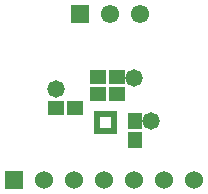
<source format=gts>
%FSTAX23Y23*%
%MOIN*%
%SFA1B1*%

%IPPOS*%
%ADD17R,0.021839X0.022831*%
%ADD18R,0.022831X0.021839*%
%ADD19R,0.053275X0.051307*%
%ADD20R,0.051307X0.053275*%
%ADD21R,0.061024X0.061024*%
%ADD22C,0.061024*%
%ADD23C,0.060000*%
%ADD24R,0.060000X0.060000*%
%ADD25C,0.058000*%
%LNpcb1-1*%
%LPD*%
G54D17*
X04206Y01988D03*
X04226D03*
X04245D03*
X04265D03*
Y02046D03*
X04245D03*
X04226D03*
X04206D03*
G54D18*
X04265Y02007D03*
Y02027D03*
X04206D03*
Y02007D03*
G54D19*
X04134Y02065D03*
X04071D03*
X04274Y02112D03*
X04211D03*
Y02168D03*
X04274D03*
G54D20*
X04332Y02022D03*
Y01959D03*
G54D21*
X04151Y02381D03*
G54D22*
X04251Y02381D03*
X04351D03*
G54D23*
X0453Y01825D03*
X0443D03*
X0433D03*
X0423D03*
X0413D03*
X0403D03*
G54D24*
X0393Y01825D03*
G54D25*
X0433Y02167D03*
X04388Y02022D03*
X04071Y02128D03*
M02*
</source>
